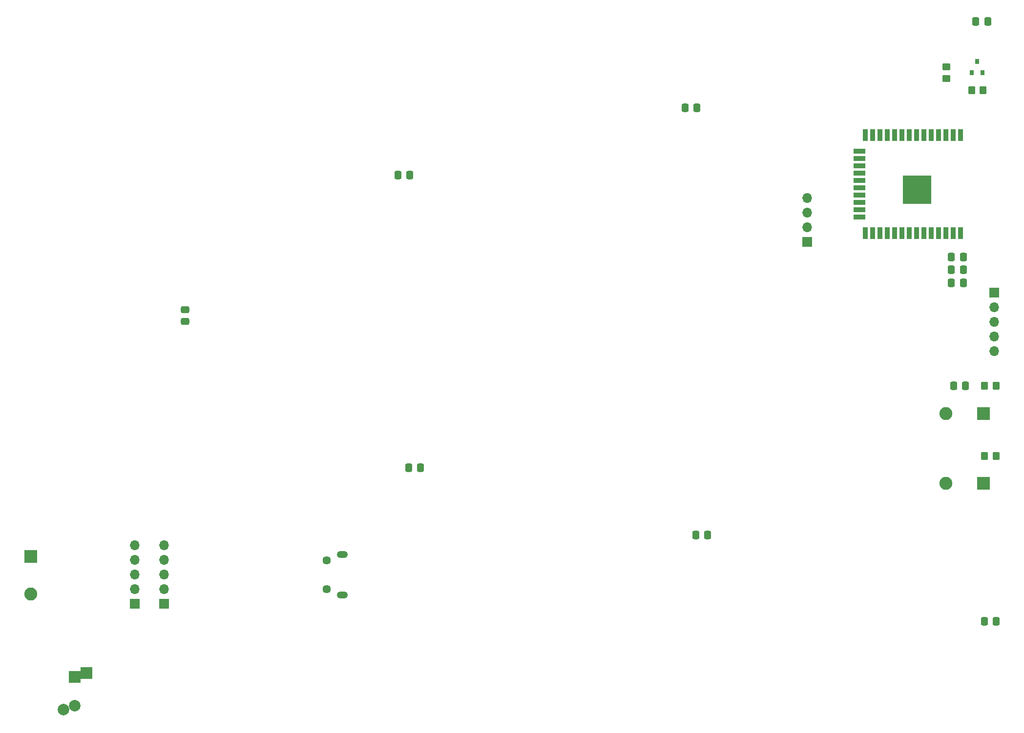
<source format=gbr>
%TF.GenerationSoftware,KiCad,Pcbnew,8.0.5*%
%TF.CreationDate,2024-12-06T23:01:49+01:00*%
%TF.ProjectId,xmasTree,786d6173-5472-4656-952e-6b696361645f,R2*%
%TF.SameCoordinates,Original*%
%TF.FileFunction,Soldermask,Bot*%
%TF.FilePolarity,Negative*%
%FSLAX46Y46*%
G04 Gerber Fmt 4.6, Leading zero omitted, Abs format (unit mm)*
G04 Created by KiCad (PCBNEW 8.0.5) date 2024-12-06 23:01:49*
%MOMM*%
%LPD*%
G01*
G04 APERTURE LIST*
G04 Aperture macros list*
%AMRoundRect*
0 Rectangle with rounded corners*
0 $1 Rounding radius*
0 $2 $3 $4 $5 $6 $7 $8 $9 X,Y pos of 4 corners*
0 Add a 4 corners polygon primitive as box body*
4,1,4,$2,$3,$4,$5,$6,$7,$8,$9,$2,$3,0*
0 Add four circle primitives for the rounded corners*
1,1,$1+$1,$2,$3*
1,1,$1+$1,$4,$5*
1,1,$1+$1,$6,$7*
1,1,$1+$1,$8,$9*
0 Add four rect primitives between the rounded corners*
20,1,$1+$1,$2,$3,$4,$5,0*
20,1,$1+$1,$4,$5,$6,$7,0*
20,1,$1+$1,$6,$7,$8,$9,0*
20,1,$1+$1,$8,$9,$2,$3,0*%
G04 Aperture macros list end*
%ADD10R,2.250000X2.250000*%
%ADD11C,2.250000*%
%ADD12O,1.900000X1.200000*%
%ADD13C,1.450000*%
%ADD14R,2.000000X2.000000*%
%ADD15C,2.000000*%
%ADD16R,1.700000X1.700000*%
%ADD17O,1.700000X1.700000*%
%ADD18R,0.900000X2.000000*%
%ADD19R,2.000000X0.900000*%
%ADD20R,5.000000X5.000000*%
%ADD21RoundRect,0.250000X0.450000X-0.350000X0.450000X0.350000X-0.450000X0.350000X-0.450000X-0.350000X0*%
%ADD22RoundRect,0.250000X-0.337500X-0.475000X0.337500X-0.475000X0.337500X0.475000X-0.337500X0.475000X0*%
%ADD23R,0.800000X0.900000*%
%ADD24RoundRect,0.250000X0.337500X0.475000X-0.337500X0.475000X-0.337500X-0.475000X0.337500X-0.475000X0*%
%ADD25RoundRect,0.250000X0.350000X0.450000X-0.350000X0.450000X-0.350000X-0.450000X0.350000X-0.450000X0*%
%ADD26RoundRect,0.250000X0.475000X-0.337500X0.475000X0.337500X-0.475000X0.337500X-0.475000X-0.337500X0*%
G04 APERTURE END LIST*
D10*
%TO.C,S3*%
X54610000Y-120015000D03*
D11*
X54610000Y-126515000D03*
%TD*%
D10*
%TO.C,S2*%
X219785000Y-107315000D03*
D11*
X213285000Y-107315000D03*
%TD*%
%TO.C,S1*%
X213285000Y-95250000D03*
D10*
X219785000Y-95250000D03*
%TD*%
D12*
%TO.C,J1*%
X108585500Y-126690000D03*
D13*
X105885500Y-125690000D03*
X105885500Y-120690000D03*
D12*
X108585500Y-119690000D03*
%TD*%
D14*
%TO.C,C10*%
X64230000Y-140297856D03*
X62230000Y-140970000D03*
D15*
X62230000Y-145970000D03*
X60230000Y-146642144D03*
%TD*%
D16*
%TO.C,J4*%
X77688000Y-128270000D03*
D17*
X77688000Y-125730000D03*
X77688000Y-123190000D03*
X77688000Y-120650000D03*
X77688000Y-118110000D03*
%TD*%
D16*
%TO.C,J2*%
X72608000Y-128270000D03*
D17*
X72608000Y-125730000D03*
X72608000Y-123190000D03*
X72608000Y-120650000D03*
X72608000Y-118110000D03*
%TD*%
D16*
%TO.C,J3*%
X221670000Y-74189500D03*
D17*
X221670000Y-76729500D03*
X221670000Y-79269500D03*
X221670000Y-81809500D03*
X221670000Y-84349500D03*
%TD*%
D18*
%TO.C,U2*%
X215773000Y-63872000D03*
X214503000Y-63872000D03*
X213233000Y-63872000D03*
X211963000Y-63872000D03*
X210693000Y-63872000D03*
X209423000Y-63872000D03*
X208153000Y-63872000D03*
X206883000Y-63872000D03*
X205613000Y-63872000D03*
X204343000Y-63872000D03*
X203073000Y-63872000D03*
X201803000Y-63872000D03*
X200533000Y-63872000D03*
X199263000Y-63872000D03*
D19*
X198263000Y-61087000D03*
X198263000Y-59817000D03*
X198263000Y-58547000D03*
X198263000Y-57277000D03*
X198263000Y-56007000D03*
X198263000Y-54737000D03*
X198263000Y-53467000D03*
X198263000Y-52197000D03*
X198263000Y-50927000D03*
X198263000Y-49657000D03*
D18*
X199263000Y-46872000D03*
X200533000Y-46872000D03*
X201803000Y-46872000D03*
X203073000Y-46872000D03*
X204343000Y-46872000D03*
X205613000Y-46872000D03*
X206883000Y-46872000D03*
X208153000Y-46872000D03*
X209423000Y-46872000D03*
X210693000Y-46872000D03*
X211963000Y-46872000D03*
X213233000Y-46872000D03*
X214503000Y-46872000D03*
X215773000Y-46872000D03*
D20*
X208273000Y-56372000D03*
%TD*%
D21*
%TO.C,R2*%
X213360000Y-37052000D03*
X213360000Y-35052000D03*
%TD*%
D22*
%TO.C,C1*%
X218447800Y-27178000D03*
X220522800Y-27178000D03*
%TD*%
%TO.C,C2*%
X168028800Y-42164000D03*
X170103800Y-42164000D03*
%TD*%
D23*
%TO.C,Q1*%
X219644000Y-36052000D03*
X217744000Y-36052000D03*
X218694000Y-34052000D03*
%TD*%
D24*
%TO.C,C6*%
X122174000Y-104648000D03*
X120099000Y-104648000D03*
%TD*%
%TO.C,C7*%
X171958000Y-116332000D03*
X169883000Y-116332000D03*
%TD*%
%TO.C,C8*%
X221996000Y-131318000D03*
X219921000Y-131318000D03*
%TD*%
D25*
%TO.C,R3*%
X221964000Y-90424000D03*
X219964000Y-90424000D03*
%TD*%
D26*
%TO.C,C4*%
X81330800Y-79240200D03*
X81330800Y-77165200D03*
%TD*%
D24*
%TO.C,C5*%
X216287500Y-70250000D03*
X214212500Y-70250000D03*
%TD*%
D25*
%TO.C,R1*%
X219710000Y-39116000D03*
X217710000Y-39116000D03*
%TD*%
D22*
%TO.C,C3*%
X118244800Y-53848000D03*
X120319800Y-53848000D03*
%TD*%
D25*
%TO.C,R4*%
X221964000Y-102616000D03*
X219964000Y-102616000D03*
%TD*%
D22*
%TO.C,C11*%
X214587000Y-90424000D03*
X216662000Y-90424000D03*
%TD*%
D24*
%TO.C,C13*%
X216287500Y-72500000D03*
X214212500Y-72500000D03*
%TD*%
D16*
%TO.C,J5*%
X189185000Y-65445000D03*
D17*
X189185000Y-62905000D03*
X189185000Y-60365000D03*
X189185000Y-57825000D03*
%TD*%
D24*
%TO.C,C12*%
X216287500Y-68000000D03*
X214212500Y-68000000D03*
%TD*%
M02*

</source>
